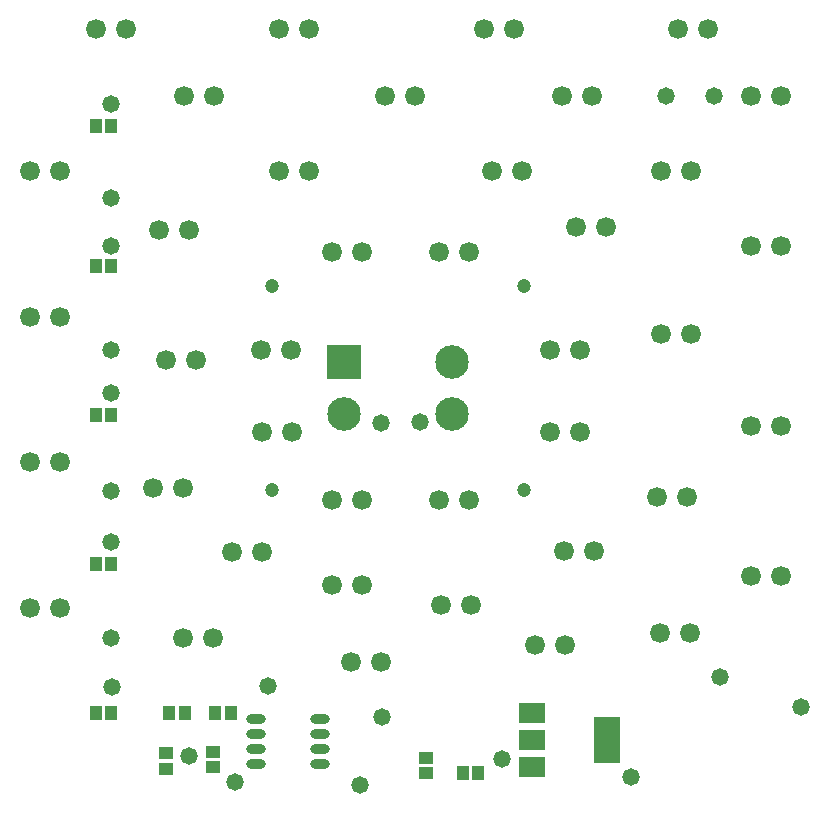
<source format=gbr>
%TF.GenerationSoftware,Altium Limited,Altium Designer,19.0.10 (269)*%
G04 Layer_Color=8388736*
%FSLAX26Y26*%
%MOIN*%
%TF.FileFunction,Soldermask,Top*%
%TF.Part,Single*%
G01*
G75*
%TA.AperFunction,SMDPad,CuDef*%
%ADD28R,0.041465X0.045402*%
%ADD29R,0.086740X0.157606*%
%ADD30R,0.086740X0.067055*%
%ADD31R,0.045402X0.041465*%
%TA.AperFunction,ComponentPad*%
%ADD32C,0.066268*%
%ADD33C,0.047370*%
%ADD34C,0.111937*%
%ADD35R,0.111937X0.111937*%
%TA.AperFunction,ViaPad*%
%ADD36C,0.058000*%
%TA.AperFunction,SMDPad,CuDef*%
%ADD38R,0.043433X0.047370*%
%ADD39O,0.065087X0.031622*%
D28*
X1645591Y95000D02*
D03*
X1594409D02*
D03*
X420591Y295000D02*
D03*
X369409D02*
D03*
X420591Y791250D02*
D03*
X369409D02*
D03*
X420591Y1287500D02*
D03*
X369409D02*
D03*
X420591Y1783750D02*
D03*
X369409D02*
D03*
X420591Y2250000D02*
D03*
X369409D02*
D03*
D29*
X2073032Y205000D02*
D03*
D30*
X1825000Y114449D02*
D03*
Y205000D02*
D03*
Y295551D02*
D03*
D31*
X1470000Y94409D02*
D03*
Y145591D02*
D03*
X760000Y165591D02*
D03*
Y114409D02*
D03*
X605000Y109409D02*
D03*
Y160590D02*
D03*
D32*
X1157598Y1830000D02*
D03*
X1257598D02*
D03*
X2310000Y2575000D02*
D03*
X2410000D02*
D03*
X1663333D02*
D03*
X1763333D02*
D03*
X980000D02*
D03*
X1080000D02*
D03*
X1885000Y1505000D02*
D03*
X1985000D02*
D03*
X1885000Y1230000D02*
D03*
X1985000D02*
D03*
X1157598Y720000D02*
D03*
X1257598D02*
D03*
X1220000Y465000D02*
D03*
X1320000D02*
D03*
X925000Y1230000D02*
D03*
X1025000D02*
D03*
X920000Y1505000D02*
D03*
X1020000D02*
D03*
X765000Y2350000D02*
D03*
X665000D02*
D03*
X470000Y2575000D02*
D03*
X370000D02*
D03*
X2025000Y2350000D02*
D03*
X1925000D02*
D03*
X2655000D02*
D03*
X2555000D02*
D03*
X1435000D02*
D03*
X1335000D02*
D03*
X2071667Y1915000D02*
D03*
X1971667D02*
D03*
X1615000Y1830000D02*
D03*
X1515000D02*
D03*
X680833Y1905000D02*
D03*
X580833D02*
D03*
X2353333Y2100000D02*
D03*
X2253333D02*
D03*
X1790000D02*
D03*
X1690000D02*
D03*
X1080000D02*
D03*
X980000D02*
D03*
X250000D02*
D03*
X150000D02*
D03*
X2353333Y1557500D02*
D03*
X2253333D02*
D03*
X705000Y1470000D02*
D03*
X605000D02*
D03*
X2655000Y1850000D02*
D03*
X2555000D02*
D03*
X250000Y1615000D02*
D03*
X150000D02*
D03*
X2340000Y1015000D02*
D03*
X2240000D02*
D03*
X2030000Y835000D02*
D03*
X1930000D02*
D03*
X925000Y830000D02*
D03*
X825000D02*
D03*
X660000Y1045000D02*
D03*
X560000D02*
D03*
X2655000Y1250000D02*
D03*
X2555000D02*
D03*
X1615000Y1005000D02*
D03*
X1515000D02*
D03*
X1257598D02*
D03*
X1157598D02*
D03*
X250000Y1130000D02*
D03*
X150000D02*
D03*
X2350000Y560000D02*
D03*
X2250000D02*
D03*
X1935000Y520000D02*
D03*
X1835000D02*
D03*
X760000Y545000D02*
D03*
X660000D02*
D03*
X2655000Y750000D02*
D03*
X2555000D02*
D03*
X1620000Y655000D02*
D03*
X1520000D02*
D03*
X250000Y645000D02*
D03*
X150000D02*
D03*
D33*
X1798032Y1037402D02*
D03*
X957874D02*
D03*
Y1718504D02*
D03*
X1798032D02*
D03*
D34*
X1198425Y1290354D02*
D03*
X1557480D02*
D03*
Y1465551D02*
D03*
D35*
X1198425D02*
D03*
D36*
X1724409Y141732D02*
D03*
X2450000Y415000D02*
D03*
X2720000Y315000D02*
D03*
X1320000Y1260000D02*
D03*
X1450000Y1265000D02*
D03*
X1325000Y280000D02*
D03*
X945000Y385000D02*
D03*
X1250000Y55000D02*
D03*
X835000Y65000D02*
D03*
X680000Y150000D02*
D03*
X420000Y2325000D02*
D03*
X2155000Y80000D02*
D03*
X420000Y2010000D02*
D03*
Y1850000D02*
D03*
Y1505000D02*
D03*
Y1360000D02*
D03*
Y1035000D02*
D03*
Y865000D02*
D03*
Y545000D02*
D03*
X425000Y380000D02*
D03*
X2430000Y2350000D02*
D03*
X2270000D02*
D03*
D38*
X613425Y295000D02*
D03*
X666575D02*
D03*
X821575D02*
D03*
X768425D02*
D03*
D39*
X902717Y275000D02*
D03*
Y225000D02*
D03*
Y175000D02*
D03*
Y125000D02*
D03*
X1117284Y275000D02*
D03*
Y225000D02*
D03*
Y175000D02*
D03*
Y125000D02*
D03*
%TF.MD5,29d6906cc3512d907e9fae843b95ac45*%
M02*

</source>
